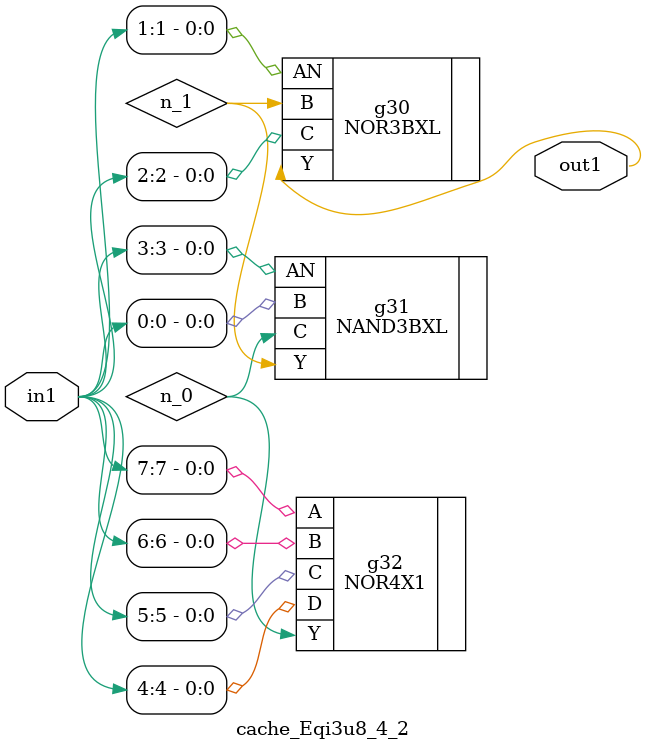
<source format=v>
`timescale 1ps / 1ps


module cache_Eqi3u8_4_2(in1, out1);
  input [7:0] in1;
  output out1;
  wire [7:0] in1;
  wire out1;
  wire n_0, n_1;
  NOR3BXL g30(.AN (in1[1]), .B (n_1), .C (in1[2]), .Y (out1));
  NAND3BXL g31(.AN (in1[3]), .B (in1[0]), .C (n_0), .Y (n_1));
  NOR4X1 g32(.A (in1[7]), .B (in1[6]), .C (in1[5]), .D (in1[4]), .Y
       (n_0));
endmodule



</source>
